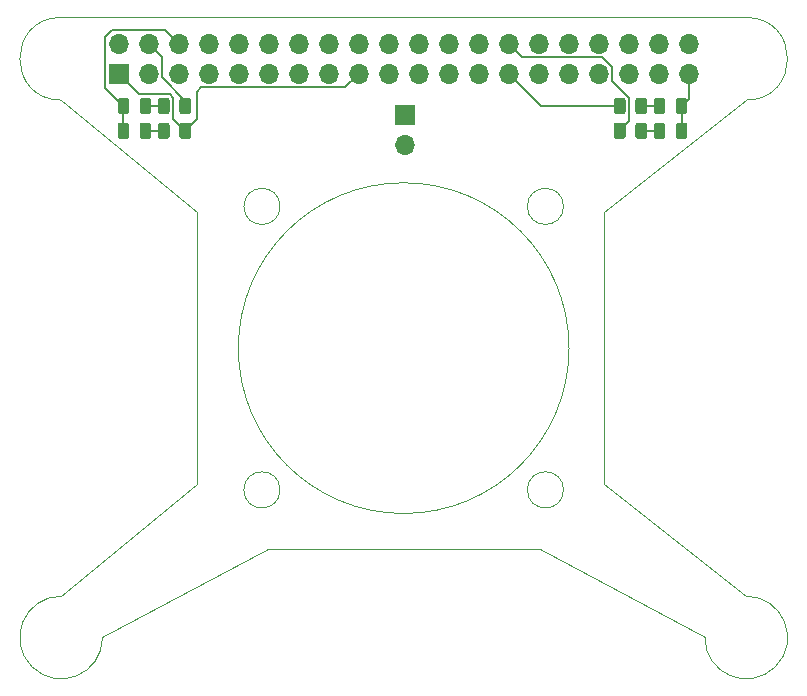
<source format=gtl>
%TF.GenerationSoftware,KiCad,Pcbnew,(5.1.7-7-g831c51c875)-1*%
%TF.CreationDate,2021-03-20T10:33:23-05:00*%
%TF.ProjectId,raspberry_pi_fan_hat,72617370-6265-4727-9279-5f70695f6661,rev?*%
%TF.SameCoordinates,PXbebc200PY8f0d180*%
%TF.FileFunction,Copper,L1,Top*%
%TF.FilePolarity,Positive*%
%FSLAX46Y46*%
G04 Gerber Fmt 4.6, Leading zero omitted, Abs format (unit mm)*
G04 Created by KiCad (PCBNEW (5.1.7-7-g831c51c875)-1) date 2021-03-20 10:33:23*
%MOMM*%
%LPD*%
G01*
G04 APERTURE LIST*
%TA.AperFunction,Profile*%
%ADD10C,0.100000*%
%TD*%
%TA.AperFunction,ComponentPad*%
%ADD11O,1.700000X1.700000*%
%TD*%
%TA.AperFunction,ComponentPad*%
%ADD12R,1.700000X1.700000*%
%TD*%
%TA.AperFunction,Conductor*%
%ADD13C,0.200000*%
%TD*%
G04 APERTURE END LIST*
D10*
X46030000Y16000000D02*
G75*
G03*
X46030000Y16000000I-1530000J0D01*
G01*
X22030000Y16000000D02*
G75*
G03*
X22030000Y16000000I-1530000J0D01*
G01*
X22030000Y40000000D02*
G75*
G03*
X22030000Y40000000I-1530000J0D01*
G01*
X46030000Y40000000D02*
G75*
G03*
X46030000Y40000000I-1530000J0D01*
G01*
X3500000Y7000000D02*
X15000000Y16500000D01*
X46500000Y28000000D02*
G75*
G03*
X46500000Y28000000I-14000000J0D01*
G01*
X49500000Y39500000D02*
X61500000Y49000000D01*
X3500000Y49000000D02*
X15000000Y39500000D01*
X61500000Y7000000D02*
X49500000Y16500000D01*
X7000000Y3500000D02*
X21000000Y11000000D01*
X44000000Y11000000D02*
X58000000Y3500000D01*
X21000000Y11000000D02*
X44000000Y11000000D01*
X15000000Y39500000D02*
X15000000Y16500000D01*
X49500000Y16500000D02*
X49500000Y39500000D01*
X7000000Y3500000D02*
G75*
G02*
X3500000Y7000000I-3500000J0D01*
G01*
X61500000Y7000000D02*
G75*
G02*
X58000000Y3500000I0J-3500000D01*
G01*
X61500000Y56000000D02*
G75*
G02*
X61500000Y49000000I0J-3500000D01*
G01*
X3500000Y49000000D02*
G75*
G02*
X3500000Y56000000I0J3500000D01*
G01*
X61500000Y56000000D02*
X3500000Y56000000D01*
%TA.AperFunction,SMDPad,CuDef*%
G36*
G01*
X12700000Y48950001D02*
X12700000Y48049999D01*
G75*
G02*
X12450001Y47800000I-249999J0D01*
G01*
X11924999Y47800000D01*
G75*
G02*
X11675000Y48049999I0J249999D01*
G01*
X11675000Y48950001D01*
G75*
G02*
X11924999Y49200000I249999J0D01*
G01*
X12450001Y49200000D01*
G75*
G02*
X12700000Y48950001I0J-249999D01*
G01*
G37*
%TD.AperFunction*%
%TA.AperFunction,SMDPad,CuDef*%
G36*
G01*
X14525000Y48950001D02*
X14525000Y48049999D01*
G75*
G02*
X14275001Y47800000I-249999J0D01*
G01*
X13749999Y47800000D01*
G75*
G02*
X13500000Y48049999I0J249999D01*
G01*
X13500000Y48950001D01*
G75*
G02*
X13749999Y49200000I249999J0D01*
G01*
X14275001Y49200000D01*
G75*
G02*
X14525000Y48950001I0J-249999D01*
G01*
G37*
%TD.AperFunction*%
D11*
X32600000Y45160000D03*
D12*
X32600000Y47700000D03*
%TA.AperFunction,SMDPad,CuDef*%
G36*
G01*
X52100000Y45949999D02*
X52100000Y46850001D01*
G75*
G02*
X52349999Y47100000I249999J0D01*
G01*
X52875001Y47100000D01*
G75*
G02*
X53125000Y46850001I0J-249999D01*
G01*
X53125000Y45949999D01*
G75*
G02*
X52875001Y45700000I-249999J0D01*
G01*
X52349999Y45700000D01*
G75*
G02*
X52100000Y45949999I0J249999D01*
G01*
G37*
%TD.AperFunction*%
%TA.AperFunction,SMDPad,CuDef*%
G36*
G01*
X50275000Y45949999D02*
X50275000Y46850001D01*
G75*
G02*
X50524999Y47100000I249999J0D01*
G01*
X51050001Y47100000D01*
G75*
G02*
X51300000Y46850001I0J-249999D01*
G01*
X51300000Y45949999D01*
G75*
G02*
X51050001Y45700000I-249999J0D01*
G01*
X50524999Y45700000D01*
G75*
G02*
X50275000Y45949999I0J249999D01*
G01*
G37*
%TD.AperFunction*%
%TA.AperFunction,SMDPad,CuDef*%
G36*
G01*
X52100000Y48049999D02*
X52100000Y48950001D01*
G75*
G02*
X52349999Y49200000I249999J0D01*
G01*
X52875001Y49200000D01*
G75*
G02*
X53125000Y48950001I0J-249999D01*
G01*
X53125000Y48049999D01*
G75*
G02*
X52875001Y47800000I-249999J0D01*
G01*
X52349999Y47800000D01*
G75*
G02*
X52100000Y48049999I0J249999D01*
G01*
G37*
%TD.AperFunction*%
%TA.AperFunction,SMDPad,CuDef*%
G36*
G01*
X50275000Y48049999D02*
X50275000Y48950001D01*
G75*
G02*
X50524999Y49200000I249999J0D01*
G01*
X51050001Y49200000D01*
G75*
G02*
X51300000Y48950001I0J-249999D01*
G01*
X51300000Y48049999D01*
G75*
G02*
X51050001Y47800000I-249999J0D01*
G01*
X50524999Y47800000D01*
G75*
G02*
X50275000Y48049999I0J249999D01*
G01*
G37*
%TD.AperFunction*%
%TA.AperFunction,SMDPad,CuDef*%
G36*
G01*
X12700000Y46850001D02*
X12700000Y45949999D01*
G75*
G02*
X12450001Y45700000I-249999J0D01*
G01*
X11924999Y45700000D01*
G75*
G02*
X11675000Y45949999I0J249999D01*
G01*
X11675000Y46850001D01*
G75*
G02*
X11924999Y47100000I249999J0D01*
G01*
X12450001Y47100000D01*
G75*
G02*
X12700000Y46850001I0J-249999D01*
G01*
G37*
%TD.AperFunction*%
%TA.AperFunction,SMDPad,CuDef*%
G36*
G01*
X14525000Y46850001D02*
X14525000Y45949999D01*
G75*
G02*
X14275001Y45700000I-249999J0D01*
G01*
X13749999Y45700000D01*
G75*
G02*
X13500000Y45949999I0J249999D01*
G01*
X13500000Y46850001D01*
G75*
G02*
X13749999Y47100000I249999J0D01*
G01*
X14275001Y47100000D01*
G75*
G02*
X14525000Y46850001I0J-249999D01*
G01*
G37*
%TD.AperFunction*%
%TA.AperFunction,SMDPad,CuDef*%
G36*
G01*
X54650000Y46856250D02*
X54650000Y45943750D01*
G75*
G02*
X54406250Y45700000I-243750J0D01*
G01*
X53918750Y45700000D01*
G75*
G02*
X53675000Y45943750I0J243750D01*
G01*
X53675000Y46856250D01*
G75*
G02*
X53918750Y47100000I243750J0D01*
G01*
X54406250Y47100000D01*
G75*
G02*
X54650000Y46856250I0J-243750D01*
G01*
G37*
%TD.AperFunction*%
%TA.AperFunction,SMDPad,CuDef*%
G36*
G01*
X56525000Y46856250D02*
X56525000Y45943750D01*
G75*
G02*
X56281250Y45700000I-243750J0D01*
G01*
X55793750Y45700000D01*
G75*
G02*
X55550000Y45943750I0J243750D01*
G01*
X55550000Y46856250D01*
G75*
G02*
X55793750Y47100000I243750J0D01*
G01*
X56281250Y47100000D01*
G75*
G02*
X56525000Y46856250I0J-243750D01*
G01*
G37*
%TD.AperFunction*%
%TA.AperFunction,SMDPad,CuDef*%
G36*
G01*
X54650000Y48956250D02*
X54650000Y48043750D01*
G75*
G02*
X54406250Y47800000I-243750J0D01*
G01*
X53918750Y47800000D01*
G75*
G02*
X53675000Y48043750I0J243750D01*
G01*
X53675000Y48956250D01*
G75*
G02*
X53918750Y49200000I243750J0D01*
G01*
X54406250Y49200000D01*
G75*
G02*
X54650000Y48956250I0J-243750D01*
G01*
G37*
%TD.AperFunction*%
%TA.AperFunction,SMDPad,CuDef*%
G36*
G01*
X56525000Y48956250D02*
X56525000Y48043750D01*
G75*
G02*
X56281250Y47800000I-243750J0D01*
G01*
X55793750Y47800000D01*
G75*
G02*
X55550000Y48043750I0J243750D01*
G01*
X55550000Y48956250D01*
G75*
G02*
X55793750Y49200000I243750J0D01*
G01*
X56281250Y49200000D01*
G75*
G02*
X56525000Y48956250I0J-243750D01*
G01*
G37*
%TD.AperFunction*%
%TA.AperFunction,SMDPad,CuDef*%
G36*
G01*
X10150000Y45943750D02*
X10150000Y46856250D01*
G75*
G02*
X10393750Y47100000I243750J0D01*
G01*
X10881250Y47100000D01*
G75*
G02*
X11125000Y46856250I0J-243750D01*
G01*
X11125000Y45943750D01*
G75*
G02*
X10881250Y45700000I-243750J0D01*
G01*
X10393750Y45700000D01*
G75*
G02*
X10150000Y45943750I0J243750D01*
G01*
G37*
%TD.AperFunction*%
%TA.AperFunction,SMDPad,CuDef*%
G36*
G01*
X8275000Y45943750D02*
X8275000Y46856250D01*
G75*
G02*
X8518750Y47100000I243750J0D01*
G01*
X9006250Y47100000D01*
G75*
G02*
X9250000Y46856250I0J-243750D01*
G01*
X9250000Y45943750D01*
G75*
G02*
X9006250Y45700000I-243750J0D01*
G01*
X8518750Y45700000D01*
G75*
G02*
X8275000Y45943750I0J243750D01*
G01*
G37*
%TD.AperFunction*%
%TA.AperFunction,SMDPad,CuDef*%
G36*
G01*
X10150000Y48043750D02*
X10150000Y48956250D01*
G75*
G02*
X10393750Y49200000I243750J0D01*
G01*
X10881250Y49200000D01*
G75*
G02*
X11125000Y48956250I0J-243750D01*
G01*
X11125000Y48043750D01*
G75*
G02*
X10881250Y47800000I-243750J0D01*
G01*
X10393750Y47800000D01*
G75*
G02*
X10150000Y48043750I0J243750D01*
G01*
G37*
%TD.AperFunction*%
%TA.AperFunction,SMDPad,CuDef*%
G36*
G01*
X8275000Y48043750D02*
X8275000Y48956250D01*
G75*
G02*
X8518750Y49200000I243750J0D01*
G01*
X9006250Y49200000D01*
G75*
G02*
X9250000Y48956250I0J-243750D01*
G01*
X9250000Y48043750D01*
G75*
G02*
X9006250Y47800000I-243750J0D01*
G01*
X8518750Y47800000D01*
G75*
G02*
X8275000Y48043750I0J243750D01*
G01*
G37*
%TD.AperFunction*%
X8370000Y51230000D03*
D11*
X8370000Y53770000D03*
X10910000Y51230000D03*
X10910000Y53770000D03*
X13450000Y51230000D03*
X13450000Y53770000D03*
X15990000Y51230000D03*
X15990000Y53770000D03*
X18530000Y51230000D03*
X18530000Y53770000D03*
X21070000Y51230000D03*
X21070000Y53770000D03*
X23610000Y51230000D03*
X23610000Y53770000D03*
X26150000Y51230000D03*
X26150000Y53770000D03*
X28690000Y51230000D03*
X28690000Y53770000D03*
X31230000Y51230000D03*
X31230000Y53770000D03*
X33770000Y51230000D03*
X33770000Y53770000D03*
X36310000Y51230000D03*
X36310000Y53770000D03*
X38850000Y51230000D03*
X38850000Y53770000D03*
X41390000Y51230000D03*
X41390000Y53770000D03*
X43930000Y51230000D03*
X43930000Y53770000D03*
X46470000Y51230000D03*
X46470000Y53770000D03*
X49010000Y51230000D03*
X49010000Y53770000D03*
X51550000Y51230000D03*
X51550000Y53770000D03*
X54090000Y51230000D03*
X54090000Y53770000D03*
X56630000Y51230000D03*
X56630000Y53770000D03*
D13*
X10099990Y49500010D02*
X8370000Y51230000D01*
X12677824Y49500010D02*
X10099990Y49500010D01*
X13000010Y49177824D02*
X12677824Y49500010D01*
X13000010Y47412490D02*
X13000010Y49177824D01*
X14012500Y46400000D02*
X13000010Y47412490D01*
X27539999Y50079999D02*
X15379999Y50079999D01*
X28690000Y51230000D02*
X27539999Y50079999D01*
X15379999Y50079999D02*
X15000000Y49700000D01*
X15000000Y47387500D02*
X14012500Y46400000D01*
X15000000Y49700000D02*
X15000000Y47387500D01*
X12060001Y52619999D02*
X10910000Y53770000D01*
X14012500Y48965498D02*
X14012500Y48500000D01*
X12060001Y50917997D02*
X14012500Y48965498D01*
X12060001Y52619999D02*
X12060001Y50917997D01*
X8762500Y46400000D02*
X8762500Y48500000D01*
X12299999Y54920001D02*
X13450000Y53770000D01*
X7817999Y54920001D02*
X12299999Y54920001D01*
X7219999Y54322001D02*
X7817999Y54920001D01*
X7219999Y50042501D02*
X7219999Y54322001D01*
X8762500Y48500000D02*
X7219999Y50042501D01*
X56630000Y49092500D02*
X56037500Y48500000D01*
X56630000Y51230000D02*
X56630000Y49092500D01*
X56037500Y48500000D02*
X56037500Y46400000D01*
X10637500Y48500000D02*
X12187500Y48500000D01*
X10637500Y46400000D02*
X12187500Y46400000D01*
X54162500Y48500000D02*
X52612500Y48500000D01*
X54162500Y46400000D02*
X52612500Y46400000D01*
X44120000Y48500000D02*
X41390000Y51230000D01*
X50787500Y48500000D02*
X44120000Y48500000D01*
X49322003Y52619999D02*
X42540001Y52619999D01*
X42540001Y52619999D02*
X41390000Y53770000D01*
X50160001Y50639999D02*
X50160001Y51782001D01*
X50160001Y51782001D02*
X49322003Y52619999D01*
X51600010Y49199990D02*
X50160001Y50639999D01*
X51600010Y47212510D02*
X51600010Y49199990D01*
X50787500Y46400000D02*
X51600010Y47212510D01*
M02*

</source>
